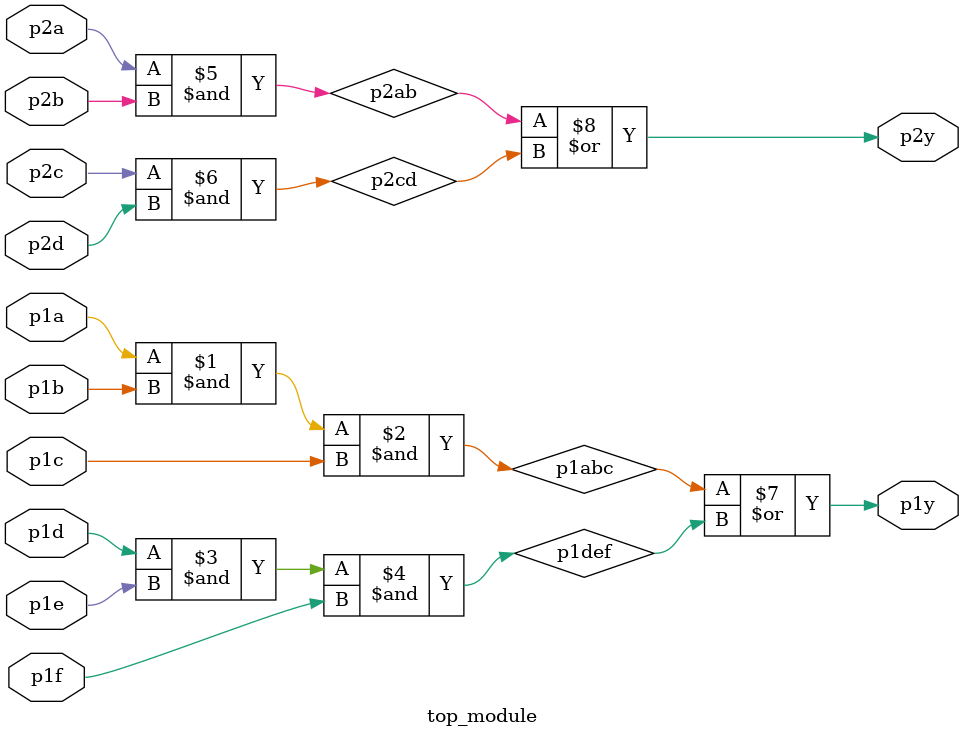
<source format=v>
module top_module (
		input p1a, p1b, p1c, p1d, p1e, p1f,
		output p1y,
		input p2a, p2b, p2c, p2d,
		output p2y);

	wire p1abc, p1def, p2ab, p2cd;

	assign p1abc = p1a & p1b & p1c;
	assign p1def = p1d & p1e & p1f;
	assign p2ab = p2a & p2b;
	assign p2cd = p2c & p2d;

	assign p1y = p1abc | p1def;
	assign p2y = p2ab | p2cd;
endmodule

</source>
